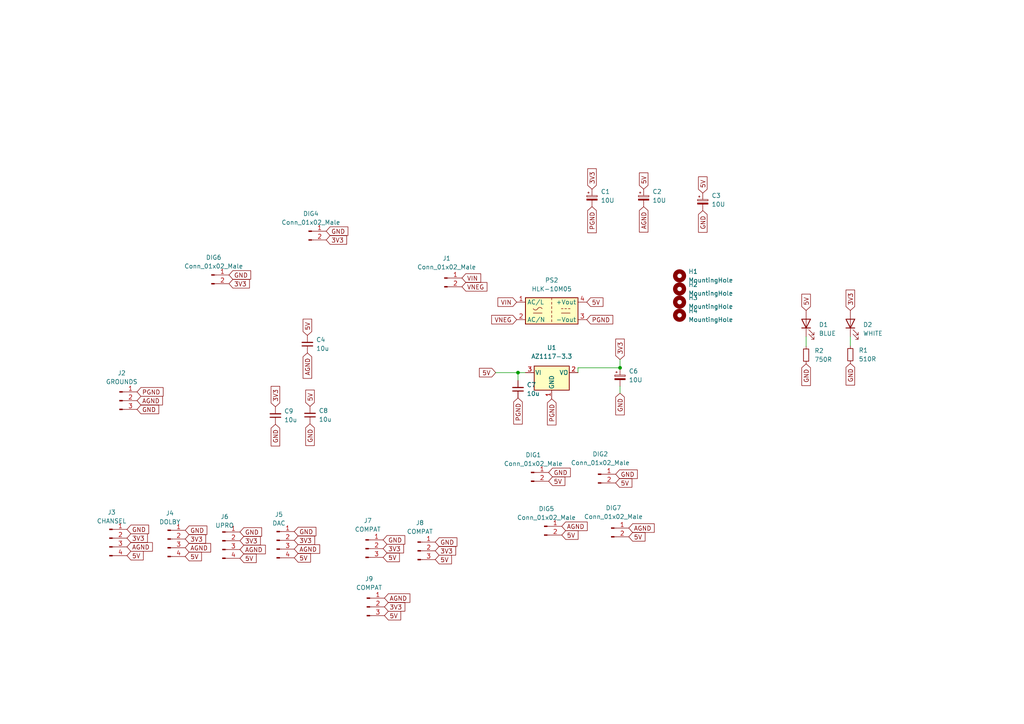
<source format=kicad_sch>
(kicad_sch (version 20230121) (generator eeschema)
  (paper "A4")
  (lib_symbols
    (symbol "Connector:Conn_01x02_Male" (pin_names (offset 1.016) hide)
      (property "Reference" "J" (at 0 2.54 0))
      (property "Value" "Conn_01x02_Male" (at 0 -5.08 0))
      (symbol "Conn_01x02_Male_1_1"
        (polyline (pts (xy 1.27 -2.54) (xy 0.8636 -2.54)) (stroke (width 0.1524)))
        (polyline (pts (xy 1.27 0) (xy 0.8636 0)) (stroke (width 0.1524)))
        (rectangle (start 0.8636 -2.413) (end 0 -2.667) (stroke (width 0.1524)) (fill (type outline)))
        (rectangle (start 0.8636 0.127) (end 0 -0.127) (stroke (width 0.1524)) (fill (type outline)))
        (pin passive line (at 5.08 0 180) (length 3.81) (name "Pin_1") (number "1"))
        (pin passive line (at 5.08 -2.54 180) (length 3.81) (name "Pin_2") (number "2"))
      )
    )
    (symbol "Connector:Conn_01x03_Male" (pin_names (offset 1.016) hide)
      (property "Reference" "J" (at 0 5.08 0))
      (property "Value" "Conn_01x03_Male" (at 0 -5.08 0))
      (symbol "Conn_01x03_Male_1_1"
        (polyline (pts (xy 1.27 -2.54) (xy 0.8636 -2.54)) (stroke (width 0.1524)))
        (polyline (pts (xy 1.27 0) (xy 0.8636 0)) (stroke (width 0.1524)))
        (polyline (pts (xy 1.27 2.54) (xy 0.8636 2.54)) (stroke (width 0.1524)))
        (rectangle (start 0.8636 -2.413) (end 0 -2.667) (stroke (width 0.1524)) (fill (type outline)))
        (rectangle (start 0.8636 0.127) (end 0 -0.127) (stroke (width 0.1524)) (fill (type outline)))
        (rectangle (start 0.8636 2.667) (end 0 2.413) (stroke (width 0.1524)) (fill (type outline)))
        (pin passive line (at 5.08 2.54 180) (length 3.81) (name "Pin_1") (number "1"))
        (pin passive line (at 5.08 0 180) (length 3.81) (name "Pin_2") (number "2"))
        (pin passive line (at 5.08 -2.54 180) (length 3.81) (name "Pin_3") (number "3"))
      )
    )
    (symbol "Connector:Conn_01x04_Pin" (pin_names (offset 1.016) hide)
      (property "Reference" "J" (at 0 5.08 0))
      (property "Value" "Conn_01x04_Pin" (at 0 -7.62 0))
      (symbol "Conn_01x04_Pin_1_1"
        (polyline (pts (xy 1.27 -5.08) (xy 0.8636 -5.08)) (stroke (width 0.1524)))
        (polyline (pts (xy 1.27 -2.54) (xy 0.8636 -2.54)) (stroke (width 0.1524)))
        (polyline (pts (xy 1.27 0) (xy 0.8636 0)) (stroke (width 0.1524)))
        (polyline (pts (xy 1.27 2.54) (xy 0.8636 2.54)) (stroke (width 0.1524)))
        (rectangle (start 0.8636 -4.953) (end 0 -5.207) (stroke (width 0.1524)) (fill (type outline)))
        (rectangle (start 0.8636 -2.413) (end 0 -2.667) (stroke (width 0.1524)) (fill (type outline)))
        (rectangle (start 0.8636 0.127) (end 0 -0.127) (stroke (width 0.1524)) (fill (type outline)))
        (rectangle (start 0.8636 2.667) (end 0 2.413) (stroke (width 0.1524)) (fill (type outline)))
        (pin passive line (at 5.08 2.54 180) (length 3.81) (name "Pin_1") (number "1"))
        (pin passive line (at 5.08 0 180) (length 3.81) (name "Pin_2") (number "2"))
        (pin passive line (at 5.08 -2.54 180) (length 3.81) (name "Pin_3") (number "3"))
        (pin passive line (at 5.08 -5.08 180) (length 3.81) (name "Pin_4") (number "4"))
      )
    )
    (symbol "Converter_ACDC:HLK-PM12"
      (property "Reference" "PS" (at 0 5.08 0))
      (property "Value" "HLK-PM12" (at 0 -5.08 0))
      (symbol "HLK-PM12_0_1"
        (rectangle (start -7.62 3.81) (end 7.62 -3.81) (stroke (width 0.254)) (fill (type background)))
        (arc (start -5.334 0.635) (mid -4.699 0.2495) (end -4.064 0.635))
        (arc (start -2.794 0.635) (mid -3.429 1.0072) (end -4.064 0.635))
        (polyline (pts (xy -5.334 -0.635) (xy -2.794 -0.635)))
        (polyline (pts (xy 0 -2.54) (xy 0 -3.175)))
        (polyline (pts (xy 0 -1.27) (xy 0 -1.905)))
        (polyline (pts (xy 0 0) (xy 0 -0.635)))
        (polyline (pts (xy 0 1.27) (xy 0 0.635)))
        (polyline (pts (xy 0 2.54) (xy 0 1.905)))
        (polyline (pts (xy 0 3.81) (xy 0 3.175)))
        (polyline (pts (xy 2.794 -0.635) (xy 5.334 -0.635)))
        (polyline (pts (xy 2.794 0.635) (xy 3.302 0.635)))
        (polyline (pts (xy 3.81 0.635) (xy 4.318 0.635)))
        (polyline (pts (xy 4.826 0.635) (xy 5.334 0.635)))
      )
      (symbol "HLK-PM12_1_1"
        (pin power_in line (at -10.16 2.54 0) (length 2.54) (name "AC/L") (number "1"))
        (pin power_in line (at -10.16 -2.54 0) (length 2.54) (name "AC/N") (number "2"))
        (pin power_out line (at 10.16 -2.54 180) (length 2.54) (name "-Vout") (number "3"))
        (pin power_out line (at 10.16 2.54 180) (length 2.54) (name "+Vout") (number "4"))
      )
    )
    (symbol "Device:C_Polarized_Small" (pin_numbers hide) (pin_names (offset 0.254) hide)
      (property "Reference" "C" (at 0.254 1.778 0))
      (property "Value" "C_Polarized_Small" (at 0.254 -2.032 0))
      (symbol "C_Polarized_Small_0_1"
        (rectangle (start -1.524 -0.3048) (end 1.524 -0.6858) (fill (type outline)))
        (rectangle (start -1.524 0.6858) (end 1.524 0.3048))
        (polyline (pts (xy -1.27 1.524) (xy -0.762 1.524)))
        (polyline (pts (xy -1.016 1.27) (xy -1.016 1.778)))
      )
      (symbol "C_Polarized_Small_1_1"
        (pin passive line (at 0 2.54 270) (length 1.8542) (name "~") (number "1"))
        (pin passive line (at 0 -2.54 90) (length 1.8542) (name "~") (number "2"))
      )
    )
    (symbol "Device:C_Small" (pin_numbers hide) (pin_names (offset 0.254) hide)
      (property "Reference" "C" (at 0.254 1.778 0))
      (property "Value" "C_Small" (at 0.254 -2.032 0))
      (symbol "C_Small_0_1"
        (polyline (pts (xy -1.524 -0.508) (xy 1.524 -0.508)) (stroke (width 0.3302)))
        (polyline (pts (xy -1.524 0.508) (xy 1.524 0.508)) (stroke (width 0.3048)))
      )
      (symbol "C_Small_1_1"
        (pin passive line (at 0 2.54 270) (length 2.032) (name "~") (number "1"))
        (pin passive line (at 0 -2.54 90) (length 2.032) (name "~") (number "2"))
      )
    )
    (symbol "Device:LED" (pin_numbers hide) (pin_names (offset 1.016) hide)
      (property "Reference" "D" (at 0 2.54 0))
      (property "Value" "LED" (at 0 -2.54 0))
      (symbol "LED_0_1"
        (polyline (pts (xy -1.27 -1.27) (xy -1.27 1.27)) (stroke (width 0.254)))
        (polyline (pts (xy -1.27 0) (xy 1.27 0)))
        (polyline (pts (xy 1.27 -1.27) (xy 1.27 1.27) (xy -1.27 0) (xy 1.27 -1.27)) (stroke (width 0.254)))
        (polyline (pts (xy -3.048 -0.762) (xy -4.572 -2.286) (xy -3.81 -2.286) (xy -4.572 -2.286) (xy -4.572 -1.524)))
        (polyline (pts (xy -1.778 -0.762) (xy -3.302 -2.286) (xy -2.54 -2.286) (xy -3.302 -2.286) (xy -3.302 -1.524)))
      )
      (symbol "LED_1_1"
        (pin passive line (at -3.81 0 0) (length 2.54) (name "K") (number "1"))
        (pin passive line (at 3.81 0 180) (length 2.54) (name "A") (number "2"))
      )
    )
    (symbol "Device:R_Small" (pin_numbers hide) (pin_names (offset 0.254) hide)
      (property "Reference" "R" (at 0.762 0.508 0))
      (property "Value" "R_Small" (at 0.762 -1.016 0))
      (symbol "R_Small_0_1"
        (rectangle (start -0.762 1.778) (end 0.762 -1.778) (stroke (width 0.2032)))
      )
      (symbol "R_Small_1_1"
        (pin passive line (at 0 2.54 270) (length 0.762) (name "~") (number "1"))
        (pin passive line (at 0 -2.54 90) (length 0.762) (name "~") (number "2"))
      )
    )
    (symbol "Mechanical:MountingHole" (pin_names (offset 1.016))
      (property "Reference" "H" (at 0 5.08 0))
      (property "Value" "MountingHole" (at 0 3.175 0))
      (symbol "MountingHole_0_1"
        (circle (center 0 0) (radius 1.27) (stroke (width 1.27)))
      )
    )
    (symbol "Regulator_Linear:AZ1117-3.3" (pin_names (offset 0.254))
      (property "Reference" "U" (at -3.81 3.175 0))
      (property "Value" "AZ1117-3.3" (at 0 3.175 0))
      (symbol "AZ1117-3.3_0_1"
        (rectangle (start -5.08 1.905) (end 5.08 -5.08) (stroke (width 0.254)) (fill (type background)))
      )
      (symbol "AZ1117-3.3_1_1"
        (pin power_in line (at 0 -7.62 90) (length 2.54) (name "GND") (number "1"))
        (pin power_out line (at 7.62 0 180) (length 2.54) (name "VO") (number "2"))
        (pin power_in line (at -7.62 0 0) (length 2.54) (name "VI") (number "3"))
      )
    )
  )
  (junction (at 179.832 106.68))
  (junction (at 150.241 108.077))
  (wire (pts (xy 179.832 106.68) (xy 167.64 106.68)))
  (wire (pts (xy 179.832 106.68) (xy 179.832 106.934)))
  (wire (pts (xy 150.241 110.363) (xy 150.241 108.077)))
  (wire (pts (xy 143.764 108.077) (xy 150.241 108.077)))
  (wire (pts (xy 150.241 108.077) (xy 152.4 108.077)))
  (wire (pts (xy 179.832 104.267) (xy 179.832 106.68)))
  (wire (pts (xy 246.634 97.663) (xy 246.634 100.33)))
  (wire (pts (xy 167.64 106.68) (xy 167.64 108.077)))
  (wire (pts (xy 233.807 97.663) (xy 233.807 100.457)))
  (wire (pts (xy 179.832 114.046) (xy 179.832 112.014)))
  (global_label "5V" (shape input) (at 111.506 178.562 0) (property "Intersheetrefs" "${INTERSHEET_REFS}" (effects hide)))
  (global_label "3V3" (shape input) (at 79.883 117.983 90) (property "Intersheetrefs" "${INTERSHEET_REFS}" (effects hide)))
  (global_label "PGND" (shape input) (at 171.704 59.944 270) (property "Intersheetrefs" "${INTERSHEET_REFS}" (effects hide)))
  (global_label "GND" (shape input) (at 79.883 123.063 270) (property "Intersheetrefs" "${INTERSHEET_REFS}" (effects hide)))
  (global_label "3V3" (shape input) (at 66.421 82.296 0) (property "Intersheetrefs" "${INTERSHEET_REFS}" (effects hide)))
  (global_label "3V3" (shape input) (at 171.704 54.864 90) (property "Intersheetrefs" "${INTERSHEET_REFS}" (effects hide)))
  (global_label "AGND" (shape input) (at 186.69 59.944 270) (property "Intersheetrefs" "${INTERSHEET_REFS}" (effects hide)))
  (global_label "GND" (shape input) (at 126.238 157.226 0) (property "Intersheetrefs" "${INTERSHEET_REFS}" (effects hide)))
  (global_label "3V3" (shape input) (at 53.721 156.337 0) (property "Intersheetrefs" "${INTERSHEET_REFS}" (effects hide)))
  (global_label "5V" (shape input) (at 170.18 87.63 0) (property "Intersheetrefs" "${INTERSHEET_REFS}" (effects hide)))
  (global_label "3V3" (shape input) (at 246.634 90.043 90) (property "Intersheetrefs" "${INTERSHEET_REFS}" (effects hide)))
  (global_label "5V" (shape input) (at 111.125 161.671 0) (property "Intersheetrefs" "${INTERSHEET_REFS}" (effects hide)))
  (global_label "GND" (shape input) (at 36.83 153.543 0) (property "Intersheetrefs" "${INTERSHEET_REFS}" (effects hide)))
  (global_label "PGND" (shape input) (at 39.751 113.665 0) (property "Intersheetrefs" "${INTERSHEET_REFS}" (effects hide)))
  (global_label "GND" (shape input) (at 159.131 137.033 0) (property "Intersheetrefs" "${INTERSHEET_REFS}" (effects hide)))
  (global_label "5V" (shape input) (at 89.916 117.856 90) (property "Intersheetrefs" "${INTERSHEET_REFS}" (effects hide)))
  (global_label "GND" (shape input) (at 111.125 156.591 0) (property "Intersheetrefs" "${INTERSHEET_REFS}" (effects hide)))
  (global_label "VIN" (shape input) (at 133.985 80.645 0) (property "Intersheetrefs" "${INTERSHEET_REFS}" (effects hide)))
  (global_label "AGND" (shape input) (at 111.506 173.482 0) (property "Intersheetrefs" "${INTERSHEET_REFS}" (effects hide)))
  (global_label "5V" (shape input) (at 186.69 54.864 90) (property "Intersheetrefs" "${INTERSHEET_REFS}" (effects hide)))
  (global_label "GND" (shape input) (at 179.832 114.046 270) (property "Intersheetrefs" "${INTERSHEET_REFS}" (effects hide)))
  (global_label "GND" (shape input) (at 233.807 105.537 270) (property "Intersheetrefs" "${INTERSHEET_REFS}" (effects hide)))
  (global_label "AGND" (shape input) (at 85.344 159.258 0) (property "Intersheetrefs" "${INTERSHEET_REFS}" (effects hide)))
  (global_label "5V" (shape input) (at 89.154 97.282 90) (property "Intersheetrefs" "${INTERSHEET_REFS}" (effects hide)))
  (global_label "3V3" (shape input) (at 111.506 176.022 0) (property "Intersheetrefs" "${INTERSHEET_REFS}" (effects hide)))
  (global_label "GND" (shape input) (at 203.835 61.087 270) (property "Intersheetrefs" "${INTERSHEET_REFS}" (effects hide)))
  (global_label "5V" (shape input) (at 159.131 139.573 0) (property "Intersheetrefs" "${INTERSHEET_REFS}" (effects hide)))
  (global_label "GND" (shape input) (at 246.634 105.41 270) (property "Intersheetrefs" "${INTERSHEET_REFS}" (effects hide)))
  (global_label "GND" (shape input) (at 66.421 79.756 0) (property "Intersheetrefs" "${INTERSHEET_REFS}" (effects hide)))
  (global_label "GND" (shape input) (at 39.751 118.745 0) (property "Intersheetrefs" "${INTERSHEET_REFS}" (effects hide)))
  (global_label "VIN" (shape input) (at 149.86 87.63 180) (property "Intersheetrefs" "${INTERSHEET_REFS}" (effects hide)))
  (global_label "5V" (shape input) (at 178.562 140.081 0) (property "Intersheetrefs" "${INTERSHEET_REFS}" (effects hide)))
  (global_label "GND" (shape input) (at 69.596 154.305 0) (property "Intersheetrefs" "${INTERSHEET_REFS}" (effects hide)))
  (global_label "AGND" (shape input) (at 53.721 158.877 0) (property "Intersheetrefs" "${INTERSHEET_REFS}" (effects hide)))
  (global_label "VNEG" (shape input) (at 149.86 92.71 180) (property "Intersheetrefs" "${INTERSHEET_REFS}" (effects hide)))
  (global_label "5V" (shape input) (at 69.596 161.925 0) (property "Intersheetrefs" "${INTERSHEET_REFS}" (effects hide)))
  (global_label "5V" (shape input) (at 126.238 162.306 0) (property "Intersheetrefs" "${INTERSHEET_REFS}" (effects hide)))
  (global_label "3V3" (shape input) (at 111.125 159.131 0) (property "Intersheetrefs" "${INTERSHEET_REFS}" (effects hide)))
  (global_label "PGND" (shape input) (at 150.241 115.443 270) (property "Intersheetrefs" "${INTERSHEET_REFS}" (effects hide)))
  (global_label "GND" (shape input) (at 53.721 153.797 0) (property "Intersheetrefs" "${INTERSHEET_REFS}" (effects hide)))
  (global_label "GND" (shape input) (at 85.344 154.178 0) (property "Intersheetrefs" "${INTERSHEET_REFS}" (effects hide)))
  (global_label "GND" (shape input) (at 178.562 137.541 0) (property "Intersheetrefs" "${INTERSHEET_REFS}" (effects hide)))
  (global_label "AGND" (shape input) (at 36.83 158.623 0) (property "Intersheetrefs" "${INTERSHEET_REFS}" (effects hide)))
  (global_label "5V" (shape input) (at 203.835 56.007 90) (property "Intersheetrefs" "${INTERSHEET_REFS}" (effects hide)))
  (global_label "3V3" (shape input) (at 36.83 156.083 0) (property "Intersheetrefs" "${INTERSHEET_REFS}" (effects hide)))
  (global_label "3V3" (shape input) (at 85.344 156.718 0) (property "Intersheetrefs" "${INTERSHEET_REFS}" (effects hide)))
  (global_label "3V3" (shape input) (at 94.615 69.596 0) (property "Intersheetrefs" "${INTERSHEET_REFS}" (effects hide)))
  (global_label "GND" (shape input) (at 89.916 122.936 270) (property "Intersheetrefs" "${INTERSHEET_REFS}" (effects hide)))
  (global_label "3V3" (shape input) (at 126.238 159.766 0) (property "Intersheetrefs" "${INTERSHEET_REFS}" (effects hide)))
  (global_label "5V" (shape input) (at 36.83 161.163 0) (property "Intersheetrefs" "${INTERSHEET_REFS}" (effects hide)))
  (global_label "3V3" (shape input) (at 179.832 104.267 90) (property "Intersheetrefs" "${INTERSHEET_REFS}" (effects hide)))
  (global_label "3V3" (shape input) (at 69.596 156.845 0) (property "Intersheetrefs" "${INTERSHEET_REFS}" (effects hide)))
  (global_label "AGND" (shape input) (at 69.596 159.385 0) (property "Intersheetrefs" "${INTERSHEET_REFS}" (effects hide)))
  (global_label "5V" (shape input) (at 85.344 161.798 0) (property "Intersheetrefs" "${INTERSHEET_REFS}" (effects hide)))
  (global_label "AGND" (shape input) (at 182.372 153.162 0) (property "Intersheetrefs" "${INTERSHEET_REFS}" (effects hide)))
  (global_label "PGND" (shape input) (at 170.18 92.71 0) (property "Intersheetrefs" "${INTERSHEET_REFS}" (effects hide)))
  (global_label "AGND" (shape input) (at 89.154 102.362 270) (property "Intersheetrefs" "${INTERSHEET_REFS}" (effects hide)))
  (global_label "PGND" (shape input) (at 160.02 115.697 270) (property "Intersheetrefs" "${INTERSHEET_REFS}" (effects hide)))
  (global_label "5V" (shape input) (at 233.807 90.043 90) (property "Intersheetrefs" "${INTERSHEET_REFS}" (effects hide)))
  (global_label "5V" (shape input) (at 143.764 108.077 180) (property "Intersheetrefs" "${INTERSHEET_REFS}" (effects hide)))
  (global_label "5V" (shape input) (at 53.721 161.417 0) (property "Intersheetrefs" "${INTERSHEET_REFS}" (effects hide)))
  (global_label "5V" (shape input) (at 162.941 155.194 0) (property "Intersheetrefs" "${INTERSHEET_REFS}" (effects hide)))
  (global_label "AGND" (shape input) (at 162.941 152.654 0) (property "Intersheetrefs" "${INTERSHEET_REFS}" (effects hide)))
  (global_label "VNEG" (shape input) (at 133.985 83.185 0) (property "Intersheetrefs" "${INTERSHEET_REFS}" (effects hide)))
  (global_label "GND" (shape input) (at 94.615 67.056 0) (property "Intersheetrefs" "${INTERSHEET_REFS}" (effects hide)))
  (global_label "5V" (shape input) (at 182.372 155.702 0) (property "Intersheetrefs" "${INTERSHEET_REFS}" (effects hide)))
  (global_label "AGND" (shape input) (at 39.751 116.205 0) (property "Intersheetrefs" "${INTERSHEET_REFS}" (effects hide)))
  (symbol (lib_id "Connector:Conn_01x04_Pin") (at 48.641 156.337 0) (unit 1)
    (property "Reference" "J4" (at 49.276 148.844 0))
    (property "Value" "DOLBY" (at 49.276 151.384 0))
    (property "Footprint" "Connector_JST:JST_PH_B4B-PH-K_1x04_P2.00mm_Vertical" (effects hide))
  )
  (symbol (lib_id "Device:C_Polarized_Small") (at 171.704 57.404 0) (unit 1)
    (property "Reference" "C1" (at 174.244 55.5878 0) (effects (justify left)))
    (property "Value" "10U" (at 174.244 58.1278 0) (effects (justify left)))
    (property "Footprint" "Capacitor_THT:CP_Radial_D8.0mm_P2.50mm" (effects hide))
  )
  (symbol (lib_id "Connector:Conn_01x02_Male") (at 89.535 67.056 0) (unit 1)
    (property "Reference" "DIG4" (at 90.17 61.976 0))
    (property "Value" "Conn_01x02_Male" (at 90.17 64.516 0))
    (property "Footprint" "Connector_JST:JST_PH_B2B-PH-K_1x02_P2.00mm_Vertical" (effects hide))
  )
  (symbol (lib_id "Converter_ACDC:HLK-PM12") (at 160.02 90.17 0) (unit 1)
    (property "Reference" "PS2" (at 160.02 81.28 0))
    (property "Value" "HLK-10M05" (at 160.02 83.82 0))
    (property "Footprint" "Components:HLK-10M05" (effects hide))
    (property "Datasheet" "http://www.hlktech.net/product_detail.php?ProId=56" (effects hide))
  )
  (symbol (lib_id "Mechanical:MountingHole") (at 197.104 83.82 0) (unit 1)
    (property "Reference" "H2" (at 199.644 82.5499 0) (effects (justify left)))
    (property "Value" "MountingHole" (at 199.644 85.0899 0) (effects (justify left)))
    (property "Footprint" "MountingHole:MountingHole_3.2mm_M3" (effects hide))
  )
  (symbol (lib_id "Connector:Conn_01x03_Male") (at 106.426 176.022 0) (unit 1)
    (property "Reference" "J9" (at 107.061 167.894 0))
    (property "Value" "COMPAT" (at 107.061 170.434 0))
    (property "Footprint" "Connector_JST:JST_PH_B3B-PH-K_1x03_P2.00mm_Vertical" (effects hide))
  )
  (symbol (lib_id "Connector:Conn_01x02_Male") (at 154.051 137.033 0) (unit 1)
    (property "Reference" "DIG1" (at 154.686 131.953 0))
    (property "Value" "Conn_01x02_Male" (at 154.686 134.493 0))
    (property "Footprint" "Connector_JST:JST_PH_B2B-PH-K_1x02_P2.00mm_Vertical" (effects hide))
  )
  (symbol (lib_id "Connector:Conn_01x02_Male") (at 173.482 137.541 0) (unit 1)
    (property "Reference" "DIG2" (at 174.117 131.699 0))
    (property "Value" "Conn_01x02_Male" (at 174.117 134.239 0))
    (property "Footprint" "Connector_JST:JST_PH_B2B-PH-K_1x02_P2.00mm_Vertical" (effects hide))
  )
  (symbol (lib_id "Device:C_Polarized_Small") (at 186.69 57.404 0) (unit 1)
    (property "Reference" "C2" (at 189.23 55.5878 0) (effects (justify left)))
    (property "Value" "10U" (at 189.23 58.1278 0) (effects (justify left)))
    (property "Footprint" "Capacitor_THT:CP_Radial_D8.0mm_P2.50mm" (effects hide))
  )
  (symbol (lib_id "Device:C_Small") (at 89.154 99.822 180) (unit 1)
    (property "Reference" "C4" (at 91.694 98.5455 0) (effects (justify right)))
    (property "Value" "10u" (at 91.694 101.0855 0) (effects (justify right)))
    (property "Footprint" "Capacitor_SMD:C_1206_3216Metric_Pad1.33x1.80mm_HandSolder" (effects hide))
  )
  (symbol (lib_id "Device:LED") (at 246.634 93.853 90) (unit 1)
    (property "Reference" "D2" (at 250.317 94.1704 90) (effects (justify right)))
    (property "Value" "WHITE" (at 250.317 96.7104 90) (effects (justify right)))
    (property "Footprint" "LED_SMD:LED_0805_2012Metric_Pad1.15x1.40mm_HandSolder" (effects hide))
  )
  (symbol (lib_id "Connector:Conn_01x04_Pin") (at 80.264 156.718 0) (unit 1)
    (property "Reference" "J5" (at 80.899 149.225 0))
    (property "Value" "DAC" (at 80.899 151.765 0))
    (property "Footprint" "Connector_JST:JST_PH_B4B-PH-K_1x04_P2.00mm_Vertical" (effects hide))
  )
  (symbol (lib_id "Connector:Conn_01x02_Male") (at 61.341 79.756 0) (unit 1)
    (property "Reference" "DIG6" (at 61.976 74.676 0))
    (property "Value" "Conn_01x02_Male" (at 61.976 77.216 0))
    (property "Footprint" "Connector_JST:JST_PH_B2B-PH-K_1x02_P2.00mm_Vertical" (effects hide))
  )
  (symbol (lib_id "Regulator_Linear:AZ1117-3.3") (at 160.02 108.077 0) (unit 1)
    (property "Reference" "U1" (at 160.02 100.838 0))
    (property "Value" "AZ1117-3.3" (at 160.02 103.378 0))
    (property "Footprint" "Package_TO_SOT_SMD:SOT-223" (effects hide))
    (property "Datasheet" "https://www.diodes.com/assets/Datasheets/AZ1117.pdf" (effects hide))
  )
  (symbol (lib_id "Device:R_Small") (at 246.634 102.87 0) (unit 1)
    (property "Reference" "R1" (at 249.047 101.5999 0) (effects (justify left)))
    (property "Value" "510R" (at 249.047 104.1399 0) (effects (justify left)))
    (property "Footprint" "Resistor_SMD:R_0805_2012Metric_Pad1.20x1.40mm_HandSolder" (effects hide))
  )
  (symbol (lib_id "Connector:Conn_01x02_Male") (at 157.861 152.654 0) (unit 1)
    (property "Reference" "DIG5" (at 158.496 147.574 0))
    (property "Value" "Conn_01x02_Male" (at 158.496 150.114 0))
    (property "Footprint" "Connector_JST:JST_PH_B2B-PH-K_1x02_P2.00mm_Vertical" (effects hide))
  )
  (symbol (lib_id "Mechanical:MountingHole") (at 197.104 91.44 0) (unit 1)
    (property "Reference" "H4" (at 199.644 90.1699 0) (effects (justify left)))
    (property "Value" "MountingHole" (at 199.644 92.7099 0) (effects (justify left)))
    (property "Footprint" "MountingHole:MountingHole_3.2mm_M3" (effects hide))
  )
  (symbol (lib_id "Device:C_Small") (at 150.241 112.903 180) (unit 1)
    (property "Reference" "C7" (at 152.781 111.6265 0) (effects (justify right)))
    (property "Value" "10u" (at 152.781 114.1665 0) (effects (justify right)))
    (property "Footprint" "Capacitor_SMD:C_1206_3216Metric_Pad1.33x1.80mm_HandSolder" (effects hide))
  )
  (symbol (lib_id "Device:C_Small") (at 89.916 120.396 180) (unit 1)
    (property "Reference" "C8" (at 92.456 119.1195 0) (effects (justify right)))
    (property "Value" "10u" (at 92.456 121.6595 0) (effects (justify right)))
    (property "Footprint" "Capacitor_SMD:C_1206_3216Metric_Pad1.33x1.80mm_HandSolder" (effects hide))
  )
  (symbol (lib_id "Mechanical:MountingHole") (at 197.104 87.63 0) (unit 1)
    (property "Reference" "H3" (at 199.644 86.3599 0) (effects (justify left)))
    (property "Value" "MountingHole" (at 199.644 88.8999 0) (effects (justify left)))
    (property "Footprint" "MountingHole:MountingHole_3.2mm_M3" (effects hide))
  )
  (symbol (lib_id "Connector:Conn_01x03_Male") (at 106.045 159.131 0) (unit 1)
    (property "Reference" "J7" (at 106.68 151.003 0))
    (property "Value" "COMPAT" (at 106.68 153.543 0))
    (property "Footprint" "Connector_JST:JST_PH_B3B-PH-K_1x03_P2.00mm_Vertical" (effects hide))
  )
  (symbol (lib_id "Connector:Conn_01x04_Pin") (at 64.516 156.845 0) (unit 1)
    (property "Reference" "J6" (at 65.151 149.86 0))
    (property "Value" "UPRO" (at 65.151 152.4 0))
    (property "Footprint" "Connector_JST:JST_PH_B4B-PH-K_1x04_P2.00mm_Vertical" (effects hide))
  )
  (symbol (lib_id "Connector:Conn_01x02_Male") (at 128.905 80.645 0) (unit 1)
    (property "Reference" "J1" (at 129.54 74.93 0))
    (property "Value" "Conn_01x02_Male" (at 129.54 77.47 0))
    (property "Footprint" "Connector_JST:JST_XH_B2B-XH-A_1x02_P2.50mm_Vertical" (effects hide))
  )
  (symbol (lib_id "Device:C_Polarized_Small") (at 203.835 58.547 0) (unit 1)
    (property "Reference" "C3" (at 206.375 56.7308 0) (effects (justify left)))
    (property "Value" "10U" (at 206.375 59.2708 0) (effects (justify left)))
    (property "Footprint" "Capacitor_SMD:C_1206_3216Metric_Pad1.33x1.80mm_HandSolder" (effects hide))
  )
  (symbol (lib_id "Device:C_Polarized_Small") (at 179.832 109.474 0) (unit 1)
    (property "Reference" "C6" (at 182.372 107.6578 0) (effects (justify left)))
    (property "Value" "10U" (at 182.372 110.1978 0) (effects (justify left)))
    (property "Footprint" "Capacitor_SMD:C_1206_3216Metric_Pad1.33x1.80mm_HandSolder" (effects hide))
  )
  (symbol (lib_id "Mechanical:MountingHole") (at 197.104 80.01 0) (unit 1)
    (property "Reference" "H1" (at 199.644 78.7399 0) (effects (justify left)))
    (property "Value" "MountingHole" (at 199.644 81.2799 0) (effects (justify left)))
    (property "Footprint" "MountingHole:MountingHole_3.2mm_M3" (effects hide))
  )
  (symbol (lib_id "Connector:Conn_01x03_Male") (at 34.671 116.205 0) (unit 1)
    (property "Reference" "J2" (at 35.306 108.204 0))
    (property "Value" "GROUNDS" (at 35.306 110.744 0))
    (property "Footprint" "Connector_JST:JST_XH_B3B-XH-A_1x03_P2.50mm_Vertical" (effects hide))
  )
  (symbol (lib_id "Connector:Conn_01x03_Male") (at 121.158 159.766 0) (unit 1)
    (property "Reference" "J8" (at 121.793 151.638 0))
    (property "Value" "COMPAT" (at 121.793 154.178 0))
    (property "Footprint" "Connector_JST:JST_PH_B3B-PH-K_1x03_P2.00mm_Vertical" (effects hide))
  )
  (symbol (lib_id "Connector:Conn_01x02_Male") (at 177.292 153.162 0) (unit 1)
    (property "Reference" "DIG7" (at 177.927 147.32 0))
    (property "Value" "Conn_01x02_Male" (at 177.927 149.86 0))
    (property "Footprint" "Connector_JST:JST_PH_B2B-PH-K_1x02_P2.00mm_Vertical" (effects hide))
  )
  (symbol (lib_id "Device:LED") (at 233.807 93.853 90) (unit 1)
    (property "Reference" "D1" (at 237.49 94.1704 90) (effects (justify right)))
    (property "Value" "BLUE" (at 237.49 96.7104 90) (effects (justify right)))
    (property "Footprint" "LED_SMD:LED_0805_2012Metric_Pad1.15x1.40mm_HandSolder" (effects hide))
  )
  (symbol (lib_id "Device:R_Small") (at 233.807 102.997 0) (unit 1)
    (property "Reference" "R2" (at 236.22 101.7269 0) (effects (justify left)))
    (property "Value" "750R" (at 236.22 104.2669 0) (effects (justify left)))
    (property "Footprint" "Resistor_SMD:R_0805_2012Metric_Pad1.20x1.40mm_HandSolder" (effects hide))
  )
  (symbol (lib_id "Device:C_Small") (at 79.883 120.523 180) (unit 1)
    (property "Reference" "C9" (at 82.423 119.2465 0) (effects (justify right)))
    (property "Value" "10u" (at 82.423 121.7865 0) (effects (justify right)))
    (property "Footprint" "Capacitor_SMD:C_1206_3216Metric_Pad1.33x1.80mm_HandSolder" (effects hide))
  )
  (symbol (lib_id "Connector:Conn_01x04_Pin") (at 31.75 156.083 0) (unit 1)
    (property "Reference" "J3" (at 32.385 148.59 0))
    (property "Value" "CHANSEL" (at 32.385 151.13 0))
    (property "Footprint" "Connector_JST:JST_PH_B4B-PH-K_1x04_P2.00mm_Vertical" (effects hide))
  )
)
</source>
